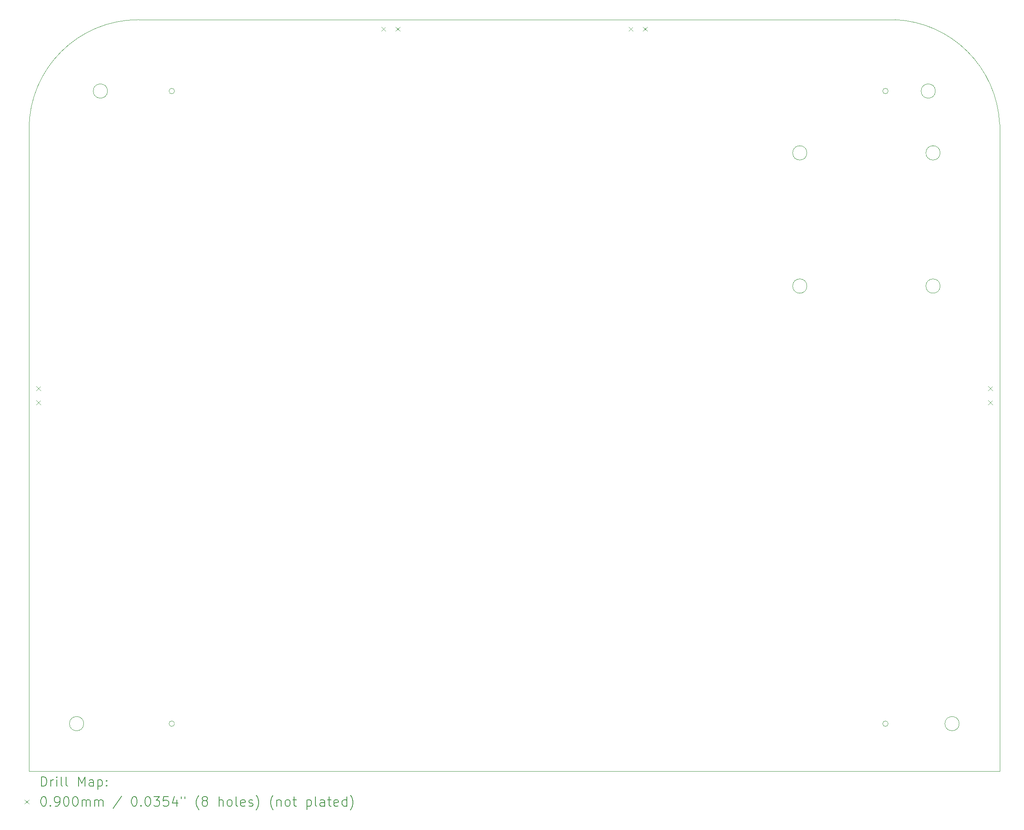
<source format=gbr>
%TF.GenerationSoftware,KiCad,Pcbnew,8.0.3*%
%TF.CreationDate,2024-06-22T00:31:13+02:00*%
%TF.ProjectId,Pilot,50696c6f-742e-46b6-9963-61645f706362,rev?*%
%TF.SameCoordinates,Original*%
%TF.FileFunction,Drillmap*%
%TF.FilePolarity,Positive*%
%FSLAX45Y45*%
G04 Gerber Fmt 4.5, Leading zero omitted, Abs format (unit mm)*
G04 Created by KiCad (PCBNEW 8.0.3) date 2024-06-22 00:31:13*
%MOMM*%
%LPD*%
G01*
G04 APERTURE LIST*
%ADD10C,0.050000*%
%ADD11C,0.200000*%
%ADD12C,0.100000*%
G04 APERTURE END LIST*
D10*
X19150000Y-2800000D02*
G75*
G02*
X18850000Y-2800000I-150000J0D01*
G01*
X18850000Y-2800000D02*
G75*
G02*
X19150000Y-2800000I150000J0D01*
G01*
X16350000Y-2800000D02*
G75*
G02*
X16050000Y-2800000I-150000J0D01*
G01*
X16050000Y-2800000D02*
G75*
G02*
X16350000Y-2800000I150000J0D01*
G01*
X1650000Y-1500000D02*
G75*
G02*
X1350000Y-1500000I-150000J0D01*
G01*
X1350000Y-1500000D02*
G75*
G02*
X1650000Y-1500000I150000J0D01*
G01*
X20400000Y-15800000D02*
X0Y-15800000D01*
X0Y-15800000D02*
X0Y-2300000D01*
X19150000Y-5600000D02*
G75*
G02*
X18850000Y-5600000I-150000J0D01*
G01*
X18850000Y-5600000D02*
G75*
G02*
X19150000Y-5600000I150000J0D01*
G01*
X18200000Y0D02*
G75*
G02*
X20400000Y-2200000I-100000J-2300000D01*
G01*
X18057600Y-1500000D02*
G75*
G02*
X17942400Y-1500000I-57600J0D01*
G01*
X17942400Y-1500000D02*
G75*
G02*
X18057600Y-1500000I57600J0D01*
G01*
X3057600Y-14800000D02*
G75*
G02*
X2942400Y-14800000I-57600J0D01*
G01*
X2942400Y-14800000D02*
G75*
G02*
X3057600Y-14800000I57600J0D01*
G01*
X3057600Y-1500000D02*
G75*
G02*
X2942400Y-1500000I-57600J0D01*
G01*
X2942400Y-1500000D02*
G75*
G02*
X3057600Y-1500000I57600J0D01*
G01*
X0Y-2300000D02*
G75*
G02*
X2300000Y0I2300000J0D01*
G01*
X20400000Y-15800000D02*
X20400000Y-2200000D01*
X16350000Y-5600000D02*
G75*
G02*
X16050000Y-5600000I-150000J0D01*
G01*
X16050000Y-5600000D02*
G75*
G02*
X16350000Y-5600000I150000J0D01*
G01*
X19050000Y-1500000D02*
G75*
G02*
X18750000Y-1500000I-150000J0D01*
G01*
X18750000Y-1500000D02*
G75*
G02*
X19050000Y-1500000I150000J0D01*
G01*
X2300000Y0D02*
X18200000Y0D01*
X1150000Y-14800000D02*
G75*
G02*
X850000Y-14800000I-150000J0D01*
G01*
X850000Y-14800000D02*
G75*
G02*
X1150000Y-14800000I150000J0D01*
G01*
X18057600Y-14800000D02*
G75*
G02*
X17942400Y-14800000I-57600J0D01*
G01*
X17942400Y-14800000D02*
G75*
G02*
X18057600Y-14800000I57600J0D01*
G01*
X19550000Y-14800000D02*
G75*
G02*
X19250000Y-14800000I-150000J0D01*
G01*
X19250000Y-14800000D02*
G75*
G02*
X19550000Y-14800000I150000J0D01*
G01*
D11*
D12*
X152000Y-7705000D02*
X242000Y-7795000D01*
X242000Y-7705000D02*
X152000Y-7795000D01*
X152000Y-8005000D02*
X242000Y-8095000D01*
X242000Y-8005000D02*
X152000Y-8095000D01*
X7405000Y-152000D02*
X7495000Y-242000D01*
X7495000Y-152000D02*
X7405000Y-242000D01*
X7705000Y-152000D02*
X7795000Y-242000D01*
X7795000Y-152000D02*
X7705000Y-242000D01*
X12605000Y-152000D02*
X12695000Y-242000D01*
X12695000Y-152000D02*
X12605000Y-242000D01*
X12905000Y-152000D02*
X12995000Y-242000D01*
X12995000Y-152000D02*
X12905000Y-242000D01*
X20158000Y-7705000D02*
X20248000Y-7795000D01*
X20248000Y-7705000D02*
X20158000Y-7795000D01*
X20158000Y-8005000D02*
X20248000Y-8095000D01*
X20248000Y-8005000D02*
X20158000Y-8095000D01*
D11*
X258277Y-16113984D02*
X258277Y-15913984D01*
X258277Y-15913984D02*
X305896Y-15913984D01*
X305896Y-15913984D02*
X334467Y-15923508D01*
X334467Y-15923508D02*
X353515Y-15942555D01*
X353515Y-15942555D02*
X363039Y-15961603D01*
X363039Y-15961603D02*
X372562Y-15999698D01*
X372562Y-15999698D02*
X372562Y-16028269D01*
X372562Y-16028269D02*
X363039Y-16066365D01*
X363039Y-16066365D02*
X353515Y-16085412D01*
X353515Y-16085412D02*
X334467Y-16104460D01*
X334467Y-16104460D02*
X305896Y-16113984D01*
X305896Y-16113984D02*
X258277Y-16113984D01*
X458277Y-16113984D02*
X458277Y-15980650D01*
X458277Y-16018746D02*
X467801Y-15999698D01*
X467801Y-15999698D02*
X477324Y-15990174D01*
X477324Y-15990174D02*
X496372Y-15980650D01*
X496372Y-15980650D02*
X515420Y-15980650D01*
X582086Y-16113984D02*
X582086Y-15980650D01*
X582086Y-15913984D02*
X572563Y-15923508D01*
X572563Y-15923508D02*
X582086Y-15933031D01*
X582086Y-15933031D02*
X591610Y-15923508D01*
X591610Y-15923508D02*
X582086Y-15913984D01*
X582086Y-15913984D02*
X582086Y-15933031D01*
X705896Y-16113984D02*
X686848Y-16104460D01*
X686848Y-16104460D02*
X677324Y-16085412D01*
X677324Y-16085412D02*
X677324Y-15913984D01*
X810658Y-16113984D02*
X791610Y-16104460D01*
X791610Y-16104460D02*
X782086Y-16085412D01*
X782086Y-16085412D02*
X782086Y-15913984D01*
X1039229Y-16113984D02*
X1039229Y-15913984D01*
X1039229Y-15913984D02*
X1105896Y-16056841D01*
X1105896Y-16056841D02*
X1172563Y-15913984D01*
X1172563Y-15913984D02*
X1172563Y-16113984D01*
X1353515Y-16113984D02*
X1353515Y-16009222D01*
X1353515Y-16009222D02*
X1343991Y-15990174D01*
X1343991Y-15990174D02*
X1324944Y-15980650D01*
X1324944Y-15980650D02*
X1286848Y-15980650D01*
X1286848Y-15980650D02*
X1267801Y-15990174D01*
X1353515Y-16104460D02*
X1334467Y-16113984D01*
X1334467Y-16113984D02*
X1286848Y-16113984D01*
X1286848Y-16113984D02*
X1267801Y-16104460D01*
X1267801Y-16104460D02*
X1258277Y-16085412D01*
X1258277Y-16085412D02*
X1258277Y-16066365D01*
X1258277Y-16066365D02*
X1267801Y-16047317D01*
X1267801Y-16047317D02*
X1286848Y-16037793D01*
X1286848Y-16037793D02*
X1334467Y-16037793D01*
X1334467Y-16037793D02*
X1353515Y-16028269D01*
X1448753Y-15980650D02*
X1448753Y-16180650D01*
X1448753Y-15990174D02*
X1467801Y-15980650D01*
X1467801Y-15980650D02*
X1505896Y-15980650D01*
X1505896Y-15980650D02*
X1524943Y-15990174D01*
X1524943Y-15990174D02*
X1534467Y-15999698D01*
X1534467Y-15999698D02*
X1543991Y-16018746D01*
X1543991Y-16018746D02*
X1543991Y-16075888D01*
X1543991Y-16075888D02*
X1534467Y-16094936D01*
X1534467Y-16094936D02*
X1524943Y-16104460D01*
X1524943Y-16104460D02*
X1505896Y-16113984D01*
X1505896Y-16113984D02*
X1467801Y-16113984D01*
X1467801Y-16113984D02*
X1448753Y-16104460D01*
X1629705Y-16094936D02*
X1639229Y-16104460D01*
X1639229Y-16104460D02*
X1629705Y-16113984D01*
X1629705Y-16113984D02*
X1620182Y-16104460D01*
X1620182Y-16104460D02*
X1629705Y-16094936D01*
X1629705Y-16094936D02*
X1629705Y-16113984D01*
X1629705Y-15990174D02*
X1639229Y-15999698D01*
X1639229Y-15999698D02*
X1629705Y-16009222D01*
X1629705Y-16009222D02*
X1620182Y-15999698D01*
X1620182Y-15999698D02*
X1629705Y-15990174D01*
X1629705Y-15990174D02*
X1629705Y-16009222D01*
D12*
X-92500Y-16397500D02*
X-2500Y-16487500D01*
X-2500Y-16397500D02*
X-92500Y-16487500D01*
D11*
X296372Y-16333984D02*
X315420Y-16333984D01*
X315420Y-16333984D02*
X334467Y-16343508D01*
X334467Y-16343508D02*
X343991Y-16353031D01*
X343991Y-16353031D02*
X353515Y-16372079D01*
X353515Y-16372079D02*
X363039Y-16410174D01*
X363039Y-16410174D02*
X363039Y-16457793D01*
X363039Y-16457793D02*
X353515Y-16495888D01*
X353515Y-16495888D02*
X343991Y-16514936D01*
X343991Y-16514936D02*
X334467Y-16524460D01*
X334467Y-16524460D02*
X315420Y-16533984D01*
X315420Y-16533984D02*
X296372Y-16533984D01*
X296372Y-16533984D02*
X277324Y-16524460D01*
X277324Y-16524460D02*
X267801Y-16514936D01*
X267801Y-16514936D02*
X258277Y-16495888D01*
X258277Y-16495888D02*
X248753Y-16457793D01*
X248753Y-16457793D02*
X248753Y-16410174D01*
X248753Y-16410174D02*
X258277Y-16372079D01*
X258277Y-16372079D02*
X267801Y-16353031D01*
X267801Y-16353031D02*
X277324Y-16343508D01*
X277324Y-16343508D02*
X296372Y-16333984D01*
X448753Y-16514936D02*
X458277Y-16524460D01*
X458277Y-16524460D02*
X448753Y-16533984D01*
X448753Y-16533984D02*
X439229Y-16524460D01*
X439229Y-16524460D02*
X448753Y-16514936D01*
X448753Y-16514936D02*
X448753Y-16533984D01*
X553515Y-16533984D02*
X591610Y-16533984D01*
X591610Y-16533984D02*
X610658Y-16524460D01*
X610658Y-16524460D02*
X620182Y-16514936D01*
X620182Y-16514936D02*
X639229Y-16486365D01*
X639229Y-16486365D02*
X648753Y-16448269D01*
X648753Y-16448269D02*
X648753Y-16372079D01*
X648753Y-16372079D02*
X639229Y-16353031D01*
X639229Y-16353031D02*
X629705Y-16343508D01*
X629705Y-16343508D02*
X610658Y-16333984D01*
X610658Y-16333984D02*
X572563Y-16333984D01*
X572563Y-16333984D02*
X553515Y-16343508D01*
X553515Y-16343508D02*
X543991Y-16353031D01*
X543991Y-16353031D02*
X534467Y-16372079D01*
X534467Y-16372079D02*
X534467Y-16419698D01*
X534467Y-16419698D02*
X543991Y-16438746D01*
X543991Y-16438746D02*
X553515Y-16448269D01*
X553515Y-16448269D02*
X572563Y-16457793D01*
X572563Y-16457793D02*
X610658Y-16457793D01*
X610658Y-16457793D02*
X629705Y-16448269D01*
X629705Y-16448269D02*
X639229Y-16438746D01*
X639229Y-16438746D02*
X648753Y-16419698D01*
X772562Y-16333984D02*
X791610Y-16333984D01*
X791610Y-16333984D02*
X810658Y-16343508D01*
X810658Y-16343508D02*
X820182Y-16353031D01*
X820182Y-16353031D02*
X829705Y-16372079D01*
X829705Y-16372079D02*
X839229Y-16410174D01*
X839229Y-16410174D02*
X839229Y-16457793D01*
X839229Y-16457793D02*
X829705Y-16495888D01*
X829705Y-16495888D02*
X820182Y-16514936D01*
X820182Y-16514936D02*
X810658Y-16524460D01*
X810658Y-16524460D02*
X791610Y-16533984D01*
X791610Y-16533984D02*
X772562Y-16533984D01*
X772562Y-16533984D02*
X753515Y-16524460D01*
X753515Y-16524460D02*
X743991Y-16514936D01*
X743991Y-16514936D02*
X734467Y-16495888D01*
X734467Y-16495888D02*
X724943Y-16457793D01*
X724943Y-16457793D02*
X724943Y-16410174D01*
X724943Y-16410174D02*
X734467Y-16372079D01*
X734467Y-16372079D02*
X743991Y-16353031D01*
X743991Y-16353031D02*
X753515Y-16343508D01*
X753515Y-16343508D02*
X772562Y-16333984D01*
X963039Y-16333984D02*
X982086Y-16333984D01*
X982086Y-16333984D02*
X1001134Y-16343508D01*
X1001134Y-16343508D02*
X1010658Y-16353031D01*
X1010658Y-16353031D02*
X1020182Y-16372079D01*
X1020182Y-16372079D02*
X1029705Y-16410174D01*
X1029705Y-16410174D02*
X1029705Y-16457793D01*
X1029705Y-16457793D02*
X1020182Y-16495888D01*
X1020182Y-16495888D02*
X1010658Y-16514936D01*
X1010658Y-16514936D02*
X1001134Y-16524460D01*
X1001134Y-16524460D02*
X982086Y-16533984D01*
X982086Y-16533984D02*
X963039Y-16533984D01*
X963039Y-16533984D02*
X943991Y-16524460D01*
X943991Y-16524460D02*
X934467Y-16514936D01*
X934467Y-16514936D02*
X924943Y-16495888D01*
X924943Y-16495888D02*
X915420Y-16457793D01*
X915420Y-16457793D02*
X915420Y-16410174D01*
X915420Y-16410174D02*
X924943Y-16372079D01*
X924943Y-16372079D02*
X934467Y-16353031D01*
X934467Y-16353031D02*
X943991Y-16343508D01*
X943991Y-16343508D02*
X963039Y-16333984D01*
X1115420Y-16533984D02*
X1115420Y-16400650D01*
X1115420Y-16419698D02*
X1124944Y-16410174D01*
X1124944Y-16410174D02*
X1143991Y-16400650D01*
X1143991Y-16400650D02*
X1172563Y-16400650D01*
X1172563Y-16400650D02*
X1191610Y-16410174D01*
X1191610Y-16410174D02*
X1201134Y-16429222D01*
X1201134Y-16429222D02*
X1201134Y-16533984D01*
X1201134Y-16429222D02*
X1210658Y-16410174D01*
X1210658Y-16410174D02*
X1229705Y-16400650D01*
X1229705Y-16400650D02*
X1258277Y-16400650D01*
X1258277Y-16400650D02*
X1277325Y-16410174D01*
X1277325Y-16410174D02*
X1286848Y-16429222D01*
X1286848Y-16429222D02*
X1286848Y-16533984D01*
X1382086Y-16533984D02*
X1382086Y-16400650D01*
X1382086Y-16419698D02*
X1391610Y-16410174D01*
X1391610Y-16410174D02*
X1410658Y-16400650D01*
X1410658Y-16400650D02*
X1439229Y-16400650D01*
X1439229Y-16400650D02*
X1458277Y-16410174D01*
X1458277Y-16410174D02*
X1467801Y-16429222D01*
X1467801Y-16429222D02*
X1467801Y-16533984D01*
X1467801Y-16429222D02*
X1477324Y-16410174D01*
X1477324Y-16410174D02*
X1496372Y-16400650D01*
X1496372Y-16400650D02*
X1524943Y-16400650D01*
X1524943Y-16400650D02*
X1543991Y-16410174D01*
X1543991Y-16410174D02*
X1553515Y-16429222D01*
X1553515Y-16429222D02*
X1553515Y-16533984D01*
X1943991Y-16324460D02*
X1772563Y-16581603D01*
X2201134Y-16333984D02*
X2220182Y-16333984D01*
X2220182Y-16333984D02*
X2239229Y-16343508D01*
X2239229Y-16343508D02*
X2248753Y-16353031D01*
X2248753Y-16353031D02*
X2258277Y-16372079D01*
X2258277Y-16372079D02*
X2267801Y-16410174D01*
X2267801Y-16410174D02*
X2267801Y-16457793D01*
X2267801Y-16457793D02*
X2258277Y-16495888D01*
X2258277Y-16495888D02*
X2248753Y-16514936D01*
X2248753Y-16514936D02*
X2239229Y-16524460D01*
X2239229Y-16524460D02*
X2220182Y-16533984D01*
X2220182Y-16533984D02*
X2201134Y-16533984D01*
X2201134Y-16533984D02*
X2182087Y-16524460D01*
X2182087Y-16524460D02*
X2172563Y-16514936D01*
X2172563Y-16514936D02*
X2163039Y-16495888D01*
X2163039Y-16495888D02*
X2153515Y-16457793D01*
X2153515Y-16457793D02*
X2153515Y-16410174D01*
X2153515Y-16410174D02*
X2163039Y-16372079D01*
X2163039Y-16372079D02*
X2172563Y-16353031D01*
X2172563Y-16353031D02*
X2182087Y-16343508D01*
X2182087Y-16343508D02*
X2201134Y-16333984D01*
X2353515Y-16514936D02*
X2363039Y-16524460D01*
X2363039Y-16524460D02*
X2353515Y-16533984D01*
X2353515Y-16533984D02*
X2343991Y-16524460D01*
X2343991Y-16524460D02*
X2353515Y-16514936D01*
X2353515Y-16514936D02*
X2353515Y-16533984D01*
X2486848Y-16333984D02*
X2505896Y-16333984D01*
X2505896Y-16333984D02*
X2524944Y-16343508D01*
X2524944Y-16343508D02*
X2534468Y-16353031D01*
X2534468Y-16353031D02*
X2543991Y-16372079D01*
X2543991Y-16372079D02*
X2553515Y-16410174D01*
X2553515Y-16410174D02*
X2553515Y-16457793D01*
X2553515Y-16457793D02*
X2543991Y-16495888D01*
X2543991Y-16495888D02*
X2534468Y-16514936D01*
X2534468Y-16514936D02*
X2524944Y-16524460D01*
X2524944Y-16524460D02*
X2505896Y-16533984D01*
X2505896Y-16533984D02*
X2486848Y-16533984D01*
X2486848Y-16533984D02*
X2467801Y-16524460D01*
X2467801Y-16524460D02*
X2458277Y-16514936D01*
X2458277Y-16514936D02*
X2448753Y-16495888D01*
X2448753Y-16495888D02*
X2439229Y-16457793D01*
X2439229Y-16457793D02*
X2439229Y-16410174D01*
X2439229Y-16410174D02*
X2448753Y-16372079D01*
X2448753Y-16372079D02*
X2458277Y-16353031D01*
X2458277Y-16353031D02*
X2467801Y-16343508D01*
X2467801Y-16343508D02*
X2486848Y-16333984D01*
X2620182Y-16333984D02*
X2743991Y-16333984D01*
X2743991Y-16333984D02*
X2677325Y-16410174D01*
X2677325Y-16410174D02*
X2705896Y-16410174D01*
X2705896Y-16410174D02*
X2724944Y-16419698D01*
X2724944Y-16419698D02*
X2734468Y-16429222D01*
X2734468Y-16429222D02*
X2743991Y-16448269D01*
X2743991Y-16448269D02*
X2743991Y-16495888D01*
X2743991Y-16495888D02*
X2734468Y-16514936D01*
X2734468Y-16514936D02*
X2724944Y-16524460D01*
X2724944Y-16524460D02*
X2705896Y-16533984D01*
X2705896Y-16533984D02*
X2648753Y-16533984D01*
X2648753Y-16533984D02*
X2629706Y-16524460D01*
X2629706Y-16524460D02*
X2620182Y-16514936D01*
X2924944Y-16333984D02*
X2829706Y-16333984D01*
X2829706Y-16333984D02*
X2820182Y-16429222D01*
X2820182Y-16429222D02*
X2829706Y-16419698D01*
X2829706Y-16419698D02*
X2848753Y-16410174D01*
X2848753Y-16410174D02*
X2896372Y-16410174D01*
X2896372Y-16410174D02*
X2915420Y-16419698D01*
X2915420Y-16419698D02*
X2924944Y-16429222D01*
X2924944Y-16429222D02*
X2934467Y-16448269D01*
X2934467Y-16448269D02*
X2934467Y-16495888D01*
X2934467Y-16495888D02*
X2924944Y-16514936D01*
X2924944Y-16514936D02*
X2915420Y-16524460D01*
X2915420Y-16524460D02*
X2896372Y-16533984D01*
X2896372Y-16533984D02*
X2848753Y-16533984D01*
X2848753Y-16533984D02*
X2829706Y-16524460D01*
X2829706Y-16524460D02*
X2820182Y-16514936D01*
X3105896Y-16400650D02*
X3105896Y-16533984D01*
X3058277Y-16324460D02*
X3010658Y-16467317D01*
X3010658Y-16467317D02*
X3134467Y-16467317D01*
X3201134Y-16333984D02*
X3201134Y-16372079D01*
X3277325Y-16333984D02*
X3277325Y-16372079D01*
X3572563Y-16610174D02*
X3563039Y-16600650D01*
X3563039Y-16600650D02*
X3543991Y-16572079D01*
X3543991Y-16572079D02*
X3534468Y-16553031D01*
X3534468Y-16553031D02*
X3524944Y-16524460D01*
X3524944Y-16524460D02*
X3515420Y-16476841D01*
X3515420Y-16476841D02*
X3515420Y-16438746D01*
X3515420Y-16438746D02*
X3524944Y-16391127D01*
X3524944Y-16391127D02*
X3534468Y-16362555D01*
X3534468Y-16362555D02*
X3543991Y-16343508D01*
X3543991Y-16343508D02*
X3563039Y-16314936D01*
X3563039Y-16314936D02*
X3572563Y-16305412D01*
X3677325Y-16419698D02*
X3658277Y-16410174D01*
X3658277Y-16410174D02*
X3648753Y-16400650D01*
X3648753Y-16400650D02*
X3639229Y-16381603D01*
X3639229Y-16381603D02*
X3639229Y-16372079D01*
X3639229Y-16372079D02*
X3648753Y-16353031D01*
X3648753Y-16353031D02*
X3658277Y-16343508D01*
X3658277Y-16343508D02*
X3677325Y-16333984D01*
X3677325Y-16333984D02*
X3715420Y-16333984D01*
X3715420Y-16333984D02*
X3734468Y-16343508D01*
X3734468Y-16343508D02*
X3743991Y-16353031D01*
X3743991Y-16353031D02*
X3753515Y-16372079D01*
X3753515Y-16372079D02*
X3753515Y-16381603D01*
X3753515Y-16381603D02*
X3743991Y-16400650D01*
X3743991Y-16400650D02*
X3734468Y-16410174D01*
X3734468Y-16410174D02*
X3715420Y-16419698D01*
X3715420Y-16419698D02*
X3677325Y-16419698D01*
X3677325Y-16419698D02*
X3658277Y-16429222D01*
X3658277Y-16429222D02*
X3648753Y-16438746D01*
X3648753Y-16438746D02*
X3639229Y-16457793D01*
X3639229Y-16457793D02*
X3639229Y-16495888D01*
X3639229Y-16495888D02*
X3648753Y-16514936D01*
X3648753Y-16514936D02*
X3658277Y-16524460D01*
X3658277Y-16524460D02*
X3677325Y-16533984D01*
X3677325Y-16533984D02*
X3715420Y-16533984D01*
X3715420Y-16533984D02*
X3734468Y-16524460D01*
X3734468Y-16524460D02*
X3743991Y-16514936D01*
X3743991Y-16514936D02*
X3753515Y-16495888D01*
X3753515Y-16495888D02*
X3753515Y-16457793D01*
X3753515Y-16457793D02*
X3743991Y-16438746D01*
X3743991Y-16438746D02*
X3734468Y-16429222D01*
X3734468Y-16429222D02*
X3715420Y-16419698D01*
X3991610Y-16533984D02*
X3991610Y-16333984D01*
X4077325Y-16533984D02*
X4077325Y-16429222D01*
X4077325Y-16429222D02*
X4067801Y-16410174D01*
X4067801Y-16410174D02*
X4048753Y-16400650D01*
X4048753Y-16400650D02*
X4020182Y-16400650D01*
X4020182Y-16400650D02*
X4001134Y-16410174D01*
X4001134Y-16410174D02*
X3991610Y-16419698D01*
X4201134Y-16533984D02*
X4182087Y-16524460D01*
X4182087Y-16524460D02*
X4172563Y-16514936D01*
X4172563Y-16514936D02*
X4163039Y-16495888D01*
X4163039Y-16495888D02*
X4163039Y-16438746D01*
X4163039Y-16438746D02*
X4172563Y-16419698D01*
X4172563Y-16419698D02*
X4182087Y-16410174D01*
X4182087Y-16410174D02*
X4201134Y-16400650D01*
X4201134Y-16400650D02*
X4229706Y-16400650D01*
X4229706Y-16400650D02*
X4248753Y-16410174D01*
X4248753Y-16410174D02*
X4258277Y-16419698D01*
X4258277Y-16419698D02*
X4267801Y-16438746D01*
X4267801Y-16438746D02*
X4267801Y-16495888D01*
X4267801Y-16495888D02*
X4258277Y-16514936D01*
X4258277Y-16514936D02*
X4248753Y-16524460D01*
X4248753Y-16524460D02*
X4229706Y-16533984D01*
X4229706Y-16533984D02*
X4201134Y-16533984D01*
X4382087Y-16533984D02*
X4363039Y-16524460D01*
X4363039Y-16524460D02*
X4353515Y-16505412D01*
X4353515Y-16505412D02*
X4353515Y-16333984D01*
X4534468Y-16524460D02*
X4515420Y-16533984D01*
X4515420Y-16533984D02*
X4477325Y-16533984D01*
X4477325Y-16533984D02*
X4458277Y-16524460D01*
X4458277Y-16524460D02*
X4448753Y-16505412D01*
X4448753Y-16505412D02*
X4448753Y-16429222D01*
X4448753Y-16429222D02*
X4458277Y-16410174D01*
X4458277Y-16410174D02*
X4477325Y-16400650D01*
X4477325Y-16400650D02*
X4515420Y-16400650D01*
X4515420Y-16400650D02*
X4534468Y-16410174D01*
X4534468Y-16410174D02*
X4543992Y-16429222D01*
X4543992Y-16429222D02*
X4543992Y-16448269D01*
X4543992Y-16448269D02*
X4448753Y-16467317D01*
X4620182Y-16524460D02*
X4639230Y-16533984D01*
X4639230Y-16533984D02*
X4677325Y-16533984D01*
X4677325Y-16533984D02*
X4696373Y-16524460D01*
X4696373Y-16524460D02*
X4705896Y-16505412D01*
X4705896Y-16505412D02*
X4705896Y-16495888D01*
X4705896Y-16495888D02*
X4696373Y-16476841D01*
X4696373Y-16476841D02*
X4677325Y-16467317D01*
X4677325Y-16467317D02*
X4648753Y-16467317D01*
X4648753Y-16467317D02*
X4629706Y-16457793D01*
X4629706Y-16457793D02*
X4620182Y-16438746D01*
X4620182Y-16438746D02*
X4620182Y-16429222D01*
X4620182Y-16429222D02*
X4629706Y-16410174D01*
X4629706Y-16410174D02*
X4648753Y-16400650D01*
X4648753Y-16400650D02*
X4677325Y-16400650D01*
X4677325Y-16400650D02*
X4696373Y-16410174D01*
X4772563Y-16610174D02*
X4782087Y-16600650D01*
X4782087Y-16600650D02*
X4801134Y-16572079D01*
X4801134Y-16572079D02*
X4810658Y-16553031D01*
X4810658Y-16553031D02*
X4820182Y-16524460D01*
X4820182Y-16524460D02*
X4829706Y-16476841D01*
X4829706Y-16476841D02*
X4829706Y-16438746D01*
X4829706Y-16438746D02*
X4820182Y-16391127D01*
X4820182Y-16391127D02*
X4810658Y-16362555D01*
X4810658Y-16362555D02*
X4801134Y-16343508D01*
X4801134Y-16343508D02*
X4782087Y-16314936D01*
X4782087Y-16314936D02*
X4772563Y-16305412D01*
X5134468Y-16610174D02*
X5124944Y-16600650D01*
X5124944Y-16600650D02*
X5105896Y-16572079D01*
X5105896Y-16572079D02*
X5096373Y-16553031D01*
X5096373Y-16553031D02*
X5086849Y-16524460D01*
X5086849Y-16524460D02*
X5077325Y-16476841D01*
X5077325Y-16476841D02*
X5077325Y-16438746D01*
X5077325Y-16438746D02*
X5086849Y-16391127D01*
X5086849Y-16391127D02*
X5096373Y-16362555D01*
X5096373Y-16362555D02*
X5105896Y-16343508D01*
X5105896Y-16343508D02*
X5124944Y-16314936D01*
X5124944Y-16314936D02*
X5134468Y-16305412D01*
X5210658Y-16400650D02*
X5210658Y-16533984D01*
X5210658Y-16419698D02*
X5220182Y-16410174D01*
X5220182Y-16410174D02*
X5239230Y-16400650D01*
X5239230Y-16400650D02*
X5267801Y-16400650D01*
X5267801Y-16400650D02*
X5286849Y-16410174D01*
X5286849Y-16410174D02*
X5296373Y-16429222D01*
X5296373Y-16429222D02*
X5296373Y-16533984D01*
X5420182Y-16533984D02*
X5401134Y-16524460D01*
X5401134Y-16524460D02*
X5391611Y-16514936D01*
X5391611Y-16514936D02*
X5382087Y-16495888D01*
X5382087Y-16495888D02*
X5382087Y-16438746D01*
X5382087Y-16438746D02*
X5391611Y-16419698D01*
X5391611Y-16419698D02*
X5401134Y-16410174D01*
X5401134Y-16410174D02*
X5420182Y-16400650D01*
X5420182Y-16400650D02*
X5448754Y-16400650D01*
X5448754Y-16400650D02*
X5467801Y-16410174D01*
X5467801Y-16410174D02*
X5477325Y-16419698D01*
X5477325Y-16419698D02*
X5486849Y-16438746D01*
X5486849Y-16438746D02*
X5486849Y-16495888D01*
X5486849Y-16495888D02*
X5477325Y-16514936D01*
X5477325Y-16514936D02*
X5467801Y-16524460D01*
X5467801Y-16524460D02*
X5448754Y-16533984D01*
X5448754Y-16533984D02*
X5420182Y-16533984D01*
X5543992Y-16400650D02*
X5620182Y-16400650D01*
X5572563Y-16333984D02*
X5572563Y-16505412D01*
X5572563Y-16505412D02*
X5582087Y-16524460D01*
X5582087Y-16524460D02*
X5601134Y-16533984D01*
X5601134Y-16533984D02*
X5620182Y-16533984D01*
X5839230Y-16400650D02*
X5839230Y-16600650D01*
X5839230Y-16410174D02*
X5858277Y-16400650D01*
X5858277Y-16400650D02*
X5896373Y-16400650D01*
X5896373Y-16400650D02*
X5915420Y-16410174D01*
X5915420Y-16410174D02*
X5924944Y-16419698D01*
X5924944Y-16419698D02*
X5934468Y-16438746D01*
X5934468Y-16438746D02*
X5934468Y-16495888D01*
X5934468Y-16495888D02*
X5924944Y-16514936D01*
X5924944Y-16514936D02*
X5915420Y-16524460D01*
X5915420Y-16524460D02*
X5896373Y-16533984D01*
X5896373Y-16533984D02*
X5858277Y-16533984D01*
X5858277Y-16533984D02*
X5839230Y-16524460D01*
X6048753Y-16533984D02*
X6029706Y-16524460D01*
X6029706Y-16524460D02*
X6020182Y-16505412D01*
X6020182Y-16505412D02*
X6020182Y-16333984D01*
X6210658Y-16533984D02*
X6210658Y-16429222D01*
X6210658Y-16429222D02*
X6201134Y-16410174D01*
X6201134Y-16410174D02*
X6182087Y-16400650D01*
X6182087Y-16400650D02*
X6143992Y-16400650D01*
X6143992Y-16400650D02*
X6124944Y-16410174D01*
X6210658Y-16524460D02*
X6191611Y-16533984D01*
X6191611Y-16533984D02*
X6143992Y-16533984D01*
X6143992Y-16533984D02*
X6124944Y-16524460D01*
X6124944Y-16524460D02*
X6115420Y-16505412D01*
X6115420Y-16505412D02*
X6115420Y-16486365D01*
X6115420Y-16486365D02*
X6124944Y-16467317D01*
X6124944Y-16467317D02*
X6143992Y-16457793D01*
X6143992Y-16457793D02*
X6191611Y-16457793D01*
X6191611Y-16457793D02*
X6210658Y-16448269D01*
X6277325Y-16400650D02*
X6353515Y-16400650D01*
X6305896Y-16333984D02*
X6305896Y-16505412D01*
X6305896Y-16505412D02*
X6315420Y-16524460D01*
X6315420Y-16524460D02*
X6334468Y-16533984D01*
X6334468Y-16533984D02*
X6353515Y-16533984D01*
X6496373Y-16524460D02*
X6477325Y-16533984D01*
X6477325Y-16533984D02*
X6439230Y-16533984D01*
X6439230Y-16533984D02*
X6420182Y-16524460D01*
X6420182Y-16524460D02*
X6410658Y-16505412D01*
X6410658Y-16505412D02*
X6410658Y-16429222D01*
X6410658Y-16429222D02*
X6420182Y-16410174D01*
X6420182Y-16410174D02*
X6439230Y-16400650D01*
X6439230Y-16400650D02*
X6477325Y-16400650D01*
X6477325Y-16400650D02*
X6496373Y-16410174D01*
X6496373Y-16410174D02*
X6505896Y-16429222D01*
X6505896Y-16429222D02*
X6505896Y-16448269D01*
X6505896Y-16448269D02*
X6410658Y-16467317D01*
X6677325Y-16533984D02*
X6677325Y-16333984D01*
X6677325Y-16524460D02*
X6658277Y-16533984D01*
X6658277Y-16533984D02*
X6620182Y-16533984D01*
X6620182Y-16533984D02*
X6601134Y-16524460D01*
X6601134Y-16524460D02*
X6591611Y-16514936D01*
X6591611Y-16514936D02*
X6582087Y-16495888D01*
X6582087Y-16495888D02*
X6582087Y-16438746D01*
X6582087Y-16438746D02*
X6591611Y-16419698D01*
X6591611Y-16419698D02*
X6601134Y-16410174D01*
X6601134Y-16410174D02*
X6620182Y-16400650D01*
X6620182Y-16400650D02*
X6658277Y-16400650D01*
X6658277Y-16400650D02*
X6677325Y-16410174D01*
X6753515Y-16610174D02*
X6763039Y-16600650D01*
X6763039Y-16600650D02*
X6782087Y-16572079D01*
X6782087Y-16572079D02*
X6791611Y-16553031D01*
X6791611Y-16553031D02*
X6801134Y-16524460D01*
X6801134Y-16524460D02*
X6810658Y-16476841D01*
X6810658Y-16476841D02*
X6810658Y-16438746D01*
X6810658Y-16438746D02*
X6801134Y-16391127D01*
X6801134Y-16391127D02*
X6791611Y-16362555D01*
X6791611Y-16362555D02*
X6782087Y-16343508D01*
X6782087Y-16343508D02*
X6763039Y-16314936D01*
X6763039Y-16314936D02*
X6753515Y-16305412D01*
M02*

</source>
